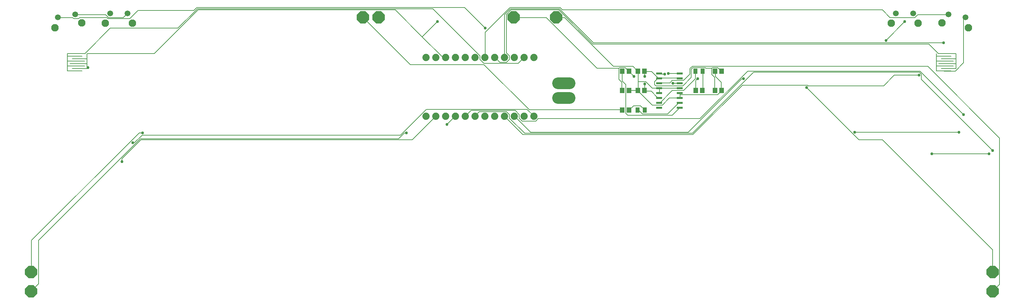
<source format=gbr>
G04 EAGLE Gerber RS-274X export*
G75*
%MOMM*%
%FSLAX34Y34*%
%LPD*%
%INBottom Copper*%
%IPPOS*%
%AMOC8*
5,1,8,0,0,1.08239X$1,22.5*%
G01*
G04 Define Apertures*
%ADD10C,1.879600*%
%ADD11C,3.009900*%
%ADD12C,1.498600*%
%ADD13C,1.943100*%
%ADD14C,0.203200*%
%ADD15R,0.203200X0.203200*%
%ADD16R,1.600000X0.600000*%
%ADD17R,1.031200X1.420200*%
%ADD18R,1.164600X1.465300*%
%ADD19P,3.4091X8X22.5*%
%ADD20C,0.152400*%
%ADD21C,0.756400*%
D10*
X1223000Y616200D03*
X1248400Y616200D03*
X1273800Y616200D03*
X1299200Y616200D03*
X1324600Y616200D03*
X1350000Y616200D03*
X1375400Y616200D03*
X1400800Y616200D03*
X1426200Y616200D03*
X1451600Y616200D03*
X1477000Y616200D03*
X1502400Y616200D03*
X1502400Y463800D03*
X1477000Y463800D03*
X1451600Y463800D03*
X1426200Y463800D03*
X1400800Y463800D03*
X1375400Y463800D03*
X1350000Y463800D03*
X1324600Y463800D03*
X1299200Y463800D03*
X1273800Y463800D03*
X1248400Y463800D03*
X1223000Y463800D03*
D11*
X1564951Y510950D02*
X1595050Y510950D01*
X1595050Y549050D02*
X1564951Y549050D01*
D12*
X270000Y720000D03*
X314275Y727807D03*
D13*
X262066Y693325D03*
X331105Y705498D03*
D14*
X345400Y600000D02*
X300950Y600000D01*
X294600Y606350D02*
X339050Y606350D01*
X345400Y612700D02*
X307300Y612700D01*
X294600Y593650D02*
X339050Y593650D01*
X345400Y587300D02*
X307300Y587300D01*
X294600Y580950D02*
X332700Y580950D01*
X332700Y619050D02*
X294600Y619050D01*
X294600Y625400D02*
X294600Y580950D01*
X345400Y587300D02*
X345400Y625400D01*
D15*
X345400Y625400D03*
X294600Y625400D03*
D12*
X2620000Y720000D03*
X2575725Y727807D03*
D13*
X2627934Y693325D03*
X2558896Y705498D03*
D14*
X2550950Y600000D02*
X2595400Y600000D01*
X2589050Y606350D02*
X2544600Y606350D01*
X2557300Y612700D02*
X2595400Y612700D01*
X2589050Y593650D02*
X2544600Y593650D01*
X2557300Y587300D02*
X2595400Y587300D01*
X2582700Y580950D02*
X2544600Y580950D01*
X2544600Y619050D02*
X2582700Y619050D01*
X2544600Y625400D02*
X2544600Y580950D01*
X2595400Y587300D02*
X2595400Y625400D01*
D15*
X2595400Y625400D03*
X2544600Y625400D03*
D16*
X1880410Y574450D03*
X1880410Y561750D03*
X1880410Y549050D03*
X1880410Y536350D03*
X1880410Y523650D03*
X1880410Y510950D03*
X1880410Y498250D03*
X1880410Y485550D03*
X1826410Y485550D03*
X1826410Y498250D03*
X1826410Y510950D03*
X1826410Y523650D03*
X1826410Y536350D03*
X1826410Y549050D03*
X1826410Y561750D03*
X1826410Y574450D03*
D17*
X1789195Y480000D03*
X1770805Y480000D03*
D18*
X1748754Y480000D03*
X1731246Y480000D03*
D19*
X1060000Y720000D03*
X1100000Y720000D03*
X1450000Y720000D03*
D18*
X1938754Y530000D03*
X1921246Y530000D03*
D17*
X1939195Y580000D03*
X1920805Y580000D03*
D19*
X1560000Y720000D03*
X200000Y60000D03*
X200000Y10000D03*
X2690000Y60000D03*
X2690000Y10000D03*
D18*
X1788754Y530000D03*
X1771246Y530000D03*
X1988754Y530000D03*
X1971246Y530000D03*
X1988754Y580000D03*
X1971246Y580000D03*
X1748754Y530000D03*
X1731246Y530000D03*
X1748754Y580000D03*
X1731246Y580000D03*
X1788754Y580000D03*
X1771246Y580000D03*
D12*
X450000Y730000D03*
X405042Y730000D03*
D13*
X462446Y705108D03*
X392342Y705108D03*
D12*
X2440000Y730000D03*
X2484958Y730000D03*
D13*
X2427554Y705108D03*
X2497658Y705108D03*
D20*
X1298448Y463296D02*
X1277112Y441960D01*
X1298448Y463296D02*
X1299200Y463800D01*
X2333244Y422148D02*
X2602992Y422148D01*
D21*
X1277112Y441960D03*
X2602992Y422148D03*
X2333244Y422148D03*
D20*
X435864Y353568D02*
X435864Y345948D01*
X435864Y353568D02*
X484632Y402336D01*
X1187196Y402336D01*
X1248156Y463296D01*
X1248400Y463800D01*
X2532888Y365760D02*
X2680716Y365760D01*
D21*
X435864Y345948D03*
X2680716Y365760D03*
X2532888Y365760D03*
D20*
X2615184Y467868D02*
X2502408Y580644D01*
X2055876Y580644D01*
X1932432Y457200D01*
X1513332Y457200D01*
X1507236Y451104D01*
X1472184Y451104D01*
X1464564Y458724D01*
X1464564Y467868D01*
X1453896Y478536D01*
X1339596Y478536D01*
X1325880Y464820D01*
X1324600Y463800D01*
D21*
X2615184Y467868D03*
D20*
X2689860Y374904D02*
X2505456Y559308D01*
X2505456Y573024D01*
X2500884Y577596D01*
X2071116Y577596D01*
X1912620Y419100D01*
X1478280Y419100D01*
X1438656Y458724D01*
X1438656Y467868D01*
X1431036Y475488D01*
X1360932Y475488D01*
X1350264Y464820D01*
X1350000Y463800D01*
D21*
X2689860Y374904D03*
D20*
X467868Y394716D02*
X463296Y394716D01*
X467868Y394716D02*
X487680Y414528D01*
X1156716Y414528D01*
X1223772Y481584D01*
X1484376Y481584D01*
X1501140Y464820D01*
X1502400Y463800D01*
D21*
X463296Y394716D03*
D20*
X2496312Y726948D02*
X2575560Y726948D01*
X2496312Y726948D02*
X2488692Y719328D01*
X2424684Y719328D01*
X2404872Y739140D01*
X1575816Y739140D01*
X1569720Y745236D01*
X1440180Y745236D01*
X1376172Y681228D01*
X1376172Y617220D01*
X2575560Y726948D02*
X2575725Y727807D01*
X1376172Y617220D02*
X1375400Y616200D01*
X2549652Y626364D02*
X2595372Y626364D01*
X2549652Y626364D02*
X2525268Y650748D01*
X1655064Y650748D01*
X1566672Y739140D01*
X1443228Y739140D01*
X1431036Y726948D01*
X1431036Y627888D01*
X1438656Y620268D01*
X1438656Y611124D01*
X1431036Y603504D01*
X1414272Y603504D01*
X1402080Y615696D01*
X2595372Y626364D02*
X2595400Y625400D01*
X1402080Y615696D02*
X1400800Y616200D01*
X339852Y626364D02*
X294132Y626364D01*
X339852Y626364D02*
X405384Y691896D01*
X580644Y691896D01*
X630936Y742188D01*
X1240536Y742188D01*
X1362456Y620268D01*
X1362456Y611124D01*
X1373124Y600456D01*
X1461516Y600456D01*
X1476756Y615696D01*
X294600Y625400D02*
X294132Y626364D01*
X1476756Y615696D02*
X1477000Y616200D01*
X2414016Y659892D02*
X2462784Y708660D01*
D21*
X2462784Y708660D03*
X2414016Y659892D03*
D20*
X307848Y719328D02*
X271272Y719328D01*
X307848Y719328D02*
X310896Y716280D01*
X323088Y716280D01*
X326136Y719328D01*
X396240Y719328D01*
X399288Y716280D01*
X455676Y716280D01*
X477012Y737616D01*
X621792Y737616D01*
X629412Y745236D01*
X1322832Y745236D01*
X1376172Y691896D01*
X271272Y719328D02*
X270000Y720000D01*
D21*
X1376172Y691896D03*
D20*
X2435352Y569976D02*
X2499360Y569976D01*
X2435352Y569976D02*
X2407920Y542544D01*
X2212848Y542544D01*
X2211324Y544068D01*
X2042160Y544068D01*
X1914144Y416052D01*
X1473708Y416052D01*
X1426464Y463296D01*
X1426200Y463800D01*
D21*
X2499360Y569976D03*
D20*
X2045208Y560832D02*
X2040636Y560832D01*
X1901952Y422148D01*
X1493520Y422148D01*
X1452372Y463296D01*
X1451600Y463800D01*
D21*
X2045208Y560832D03*
D20*
X1656588Y653796D02*
X2563368Y653796D01*
X1656588Y653796D02*
X1568196Y742188D01*
X1441704Y742188D01*
X1426464Y726948D01*
X1426464Y617220D01*
X1426200Y616200D01*
D21*
X2563368Y653796D03*
D20*
X2583180Y580644D02*
X2593848Y580644D01*
X2615184Y601980D01*
X2615184Y714756D01*
X2619756Y719328D01*
X2583180Y580644D02*
X2544600Y580950D01*
X2619756Y719328D02*
X2620000Y720000D01*
X393192Y726948D02*
X315468Y726948D01*
X393192Y726948D02*
X400812Y719328D01*
X438912Y719328D01*
X449580Y729996D01*
X315468Y726948D02*
X314275Y727807D01*
X449580Y729996D02*
X450000Y730000D01*
X347472Y589788D02*
X345948Y589788D01*
X345400Y587300D01*
X1264920Y617220D02*
X1272540Y617220D01*
X1213104Y669036D02*
X1143000Y739140D01*
X1213104Y669036D02*
X1264920Y617220D01*
X1143000Y739140D02*
X632460Y739140D01*
X519684Y626364D01*
X345948Y626364D01*
X1272540Y617220D02*
X1273800Y616200D01*
X345948Y626364D02*
X345400Y625400D01*
X1213104Y669036D02*
X1252728Y708660D01*
D21*
X347472Y589788D03*
X1252728Y708660D03*
D20*
X1862328Y548640D02*
X1879092Y548640D01*
X1171956Y420624D02*
X1167384Y420624D01*
X1152144Y405384D01*
X483108Y405384D01*
X219456Y141732D01*
X219456Y28956D01*
X201168Y10668D01*
X1879092Y548640D02*
X1880410Y549050D01*
X201168Y10668D02*
X200000Y10000D01*
D21*
X1862328Y548640D03*
X1171956Y420624D03*
D20*
X1850136Y574548D02*
X1879092Y574548D01*
X489204Y420624D02*
X480060Y420624D01*
X201168Y141732D01*
X201168Y60960D01*
X1879092Y574548D02*
X1880410Y574450D01*
X201168Y60960D02*
X200000Y60000D01*
D21*
X1850136Y574548D03*
X489204Y420624D03*
D20*
X1827276Y550164D02*
X1854708Y550164D01*
X1860804Y556260D01*
X1889760Y556260D01*
X1906524Y573024D01*
X1906524Y586740D01*
X1912620Y592836D01*
X2522220Y592836D01*
X2708148Y406908D01*
X2708148Y27432D01*
X2691384Y10668D01*
X1827276Y550164D02*
X1826410Y549050D01*
X2690000Y10000D02*
X2691384Y10668D01*
X1840992Y573024D02*
X1827276Y573024D01*
X2208276Y537972D02*
X2343912Y402336D01*
X2404872Y402336D01*
X2689860Y117348D01*
X2689860Y60960D01*
X1827276Y573024D02*
X1826410Y574450D01*
X2689860Y60960D02*
X2690000Y60000D01*
D21*
X1840992Y573024D03*
X2208276Y537972D03*
D20*
X1731264Y554736D02*
X1731264Y579120D01*
X1731264Y554736D02*
X1740408Y545592D01*
X1740408Y470916D01*
X1744980Y466344D01*
X1860804Y466344D01*
X1879092Y484632D01*
X1731264Y579120D02*
X1731246Y580000D01*
X1879092Y484632D02*
X1880410Y485550D01*
X1729740Y480060D02*
X1490472Y480060D01*
X1373124Y597408D01*
X1182624Y597408D01*
X1060704Y719328D01*
X1729740Y480060D02*
X1731246Y480000D01*
X1060704Y719328D02*
X1060000Y720000D01*
X1778508Y490728D02*
X1789176Y480060D01*
X1778508Y490728D02*
X1760220Y490728D01*
X1749552Y480060D01*
X1789176Y480060D02*
X1789195Y480000D01*
X1749552Y480060D02*
X1748754Y480000D01*
X1770888Y478536D02*
X1773936Y478536D01*
X1783080Y469392D01*
X1848612Y469392D01*
X1876044Y496824D01*
X1879092Y496824D01*
X1770805Y480000D02*
X1770888Y478536D01*
X1879092Y496824D02*
X1880410Y498250D01*
X1921764Y530352D02*
X1921764Y556260D01*
X1926336Y560832D01*
X1921764Y530352D02*
X1921246Y530000D01*
D21*
X1926336Y560832D03*
D20*
X1940052Y579120D02*
X1940052Y530352D01*
X1940052Y579120D02*
X1939195Y580000D01*
X1940052Y530352D02*
X1938754Y530000D01*
X1920240Y560832D02*
X1920240Y579120D01*
X1920240Y560832D02*
X1889760Y530352D01*
X1860804Y530352D01*
X1827276Y496824D01*
X1920240Y579120D02*
X1920805Y580000D01*
X1826410Y498250D02*
X1827276Y496824D01*
X1880616Y519684D02*
X1880616Y522732D01*
X1880616Y519684D02*
X1880616Y512064D01*
X1880410Y510950D01*
X1880616Y522732D02*
X1880410Y523650D01*
X1972056Y566928D02*
X1972056Y579120D01*
X1972056Y566928D02*
X1987296Y551688D01*
X1987296Y530352D01*
X1972056Y579120D02*
X1971246Y580000D01*
X1987296Y530352D02*
X1988754Y530000D01*
X1978152Y519684D02*
X1880616Y519684D01*
X1978152Y519684D02*
X1987296Y528828D01*
X1988754Y530000D01*
X1827276Y534924D02*
X1827276Y524256D01*
X1826410Y523650D01*
X1827276Y534924D02*
X1826410Y536350D01*
X1827276Y536448D02*
X1879092Y536448D01*
X1880410Y536350D01*
X1827276Y536448D02*
X1826410Y536350D01*
X1770888Y530352D02*
X1749552Y530352D01*
X1748754Y530000D01*
X1770888Y530352D02*
X1771246Y530000D01*
X1772412Y530352D02*
X1772412Y553212D01*
X1772412Y579120D01*
X1771246Y580000D01*
X1772412Y530352D02*
X1771246Y530000D01*
X1808988Y536448D02*
X1825752Y536448D01*
X1808988Y536448D02*
X1792224Y553212D01*
X1772412Y553212D01*
X1825752Y536448D02*
X1826410Y536350D01*
X1581912Y719328D02*
X1560576Y719328D01*
X1581912Y719328D02*
X1708404Y592836D01*
X1758696Y592836D01*
X1770888Y580644D01*
X1560576Y719328D02*
X1560000Y720000D01*
X1770888Y580644D02*
X1771246Y580000D01*
X1853184Y510540D02*
X1879092Y510540D01*
X1853184Y510540D02*
X1834896Y492252D01*
X1808988Y492252D01*
X1772412Y528828D01*
X1879092Y510540D02*
X1880410Y510950D01*
X1772412Y528828D02*
X1771246Y530000D01*
X1970532Y530352D02*
X1970532Y563880D01*
X1962912Y571500D01*
X1962912Y588264D01*
X1964436Y589788D01*
X1978152Y589788D01*
X1987296Y580644D01*
X1970532Y530352D02*
X1971246Y530000D01*
X1988754Y580000D02*
X1987296Y580644D01*
X1729740Y551688D02*
X1729740Y530352D01*
X1729740Y551688D02*
X1722120Y559308D01*
X1722120Y588264D01*
X1723644Y589788D01*
X1738884Y589788D01*
X1748028Y580644D01*
X1731246Y530000D02*
X1729740Y530352D01*
X1748754Y580000D02*
X1748028Y580644D01*
X1789176Y528828D02*
X1805940Y528828D01*
X1822704Y512064D01*
X1825752Y512064D01*
X1789176Y528828D02*
X1788754Y530000D01*
X1825752Y512064D02*
X1826410Y510950D01*
X1807464Y579120D02*
X1789176Y579120D01*
X1824228Y562356D02*
X1825752Y560832D01*
X1824228Y562356D02*
X1807464Y579120D01*
X1826410Y561750D02*
X1825752Y560832D01*
X1827276Y562356D02*
X1879092Y562356D01*
X1880410Y561750D01*
X1827276Y562356D02*
X1826410Y561750D01*
X1789176Y547116D02*
X1789176Y530352D01*
X1789176Y566928D02*
X1789176Y579120D01*
X1789176Y530352D02*
X1788754Y530000D01*
X1789176Y579120D02*
X1788754Y580000D01*
X1761744Y566928D02*
X1749552Y579120D01*
X1748754Y580000D01*
X1947672Y588264D02*
X1962912Y588264D01*
X1947672Y588264D02*
X1946148Y589788D01*
X1914144Y589788D01*
X1909572Y585216D01*
X1909572Y563880D01*
X1888236Y542544D01*
X1818132Y542544D01*
X1815084Y545592D01*
X1815084Y553212D01*
X1824228Y562356D01*
X1826410Y561750D01*
X1534668Y719328D02*
X1450848Y719328D01*
X1534668Y719328D02*
X1665732Y588264D01*
X1722120Y588264D01*
X1450848Y719328D02*
X1450000Y720000D01*
D21*
X1789176Y547116D03*
X1789176Y566928D03*
X1761744Y566928D03*
M02*

</source>
